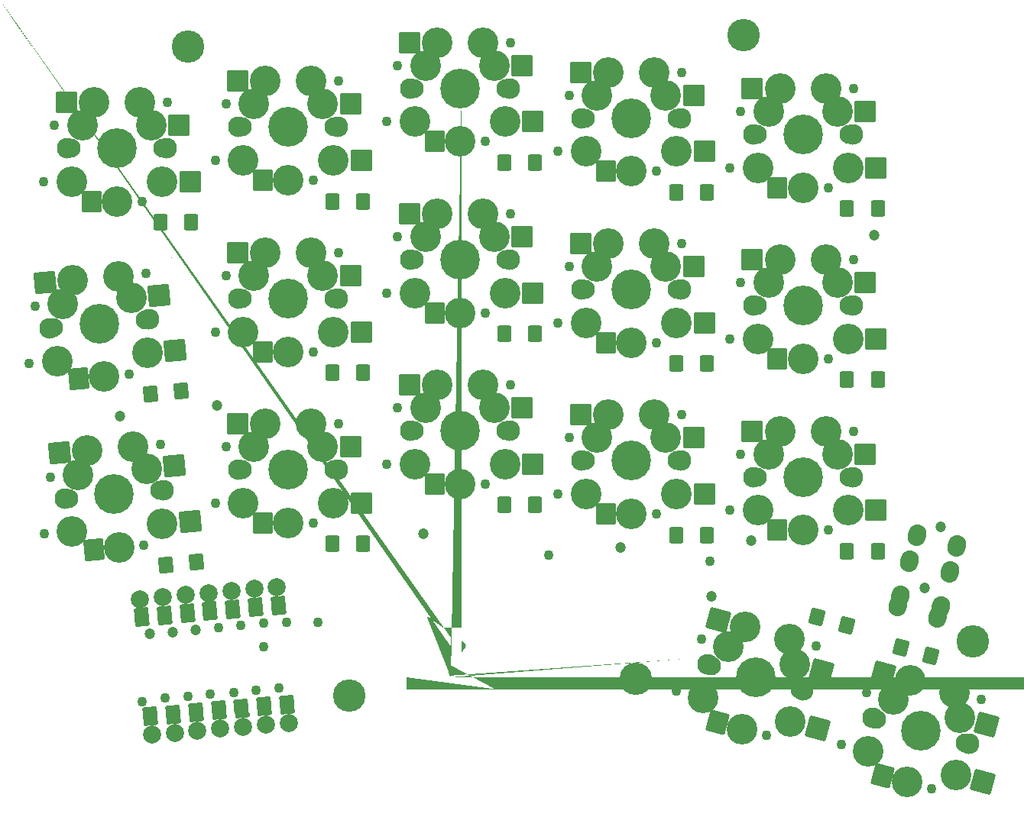
<source format=gts>
G04 #@! TF.GenerationSoftware,KiCad,Pcbnew,7.0.5-0*
G04 #@! TF.CreationDate,2023-06-11T17:15:19+08:00*
G04 #@! TF.ProjectId,AWKB,41574b42-2e6b-4696-9361-645f70636258,rev?*
G04 #@! TF.SameCoordinates,Original*
G04 #@! TF.FileFunction,Soldermask,Top*
G04 #@! TF.FilePolarity,Negative*
%FSLAX46Y46*%
G04 Gerber Fmt 4.6, Leading zero omitted, Abs format (unit mm)*
G04 Created by KiCad (PCBNEW 7.0.5-0) date 2023-06-11 17:15:19*
%MOMM*%
%LPD*%
G01*
G04 APERTURE LIST*
G04 Aperture macros list*
%AMRoundRect*
0 Rectangle with rounded corners*
0 $1 Rounding radius*
0 $2 $3 $4 $5 $6 $7 $8 $9 X,Y pos of 4 corners*
0 Add a 4 corners polygon primitive as box body*
4,1,4,$2,$3,$4,$5,$6,$7,$8,$9,$2,$3,0*
0 Add four circle primitives for the rounded corners*
1,1,$1+$1,$2,$3*
1,1,$1+$1,$4,$5*
1,1,$1+$1,$6,$7*
1,1,$1+$1,$8,$9*
0 Add four rect primitives between the rounded corners*
20,1,$1+$1,$2,$3,$4,$5,0*
20,1,$1+$1,$4,$5,$6,$7,0*
20,1,$1+$1,$6,$7,$8,$9,0*
20,1,$1+$1,$8,$9,$2,$3,0*%
%AMHorizOval*
0 Thick line with rounded ends*
0 $1 width*
0 $2 $3 position (X,Y) of the first rounded end (center of the circle)*
0 $4 $5 position (X,Y) of the second rounded end (center of the circle)*
0 Add line between two ends*
20,1,$1,$2,$3,$4,$5,0*
0 Add two circle primitives to create the rounded ends*
1,1,$1,$2,$3*
1,1,$1,$4,$5*%
%AMFreePoly0*
4,1,414,-2.663564,6.707050,-2.641221,6.706150,-2.627714,6.704682,-2.557310,6.692154,-2.496946,6.671026,-2.423852,6.631355,-2.413687,6.625023,-2.398814,6.614472,-2.158972,6.440888,-1.894926,6.250226,-1.604825,6.041150,-1.340970,5.851270,-1.340970,5.851269,-0.908659,5.540346,1.016000,5.540345,1.102777,5.520541,1.172366,5.465043,1.210986,5.384850,1.216000,5.340346,1.216000,4.009931,
1.299751,3.950054,1.397604,3.879440,1.472196,3.823385,1.475820,3.820528,1.531511,3.774507,1.538834,3.767818,1.574924,3.731412,1.599100,3.701843,1.617824,3.673864,1.642241,3.623128,1.650707,3.596451,1.659584,3.549979,1.661424,3.523819,1.657476,3.467890,1.643544,3.402871,1.621142,3.344696,1.575521,3.265763,1.570063,3.257327,1.474398,3.124598,1.474399,3.124598,
1.399655,3.020777,1.341070,2.939228,1.295956,2.876188,1.262955,2.829761,1.239581,2.796469,1.228629,2.780518,1.228382,2.778534,1.226098,2.749223,1.223899,2.705055,1.221971,2.645262,1.220353,2.568240,1.219044,2.472608,1.218021,2.356402,1.217250,2.217703,1.216700,2.054330,1.216701,2.054330,1.216336,1.864310,1.216122,1.646064,1.216022,1.397277,1.216000,1.156191,
1.216000,-0.508000,1.196194,-0.594777,1.140698,-0.664366,1.060504,-0.702986,1.016000,-0.708000,-1.300867,-0.708000,-1.317305,-0.721955,-1.374130,-0.762724,-1.456184,-0.797217,-1.462328,-0.798196,-1.521438,-0.806672,-1.610148,-0.799384,-1.618523,-0.796529,-1.683626,-0.772720,-1.726325,-0.750993,-1.765907,-0.724447,-1.770550,-0.721139,-1.786681,-0.708933,-4.832406,-0.708000,-4.919177,-0.688166,
-4.988750,-0.632650,-5.027344,-0.552444,-5.032345,-0.508064,-5.032395,-0.352086,-5.032421,-0.271829,-3.059387,-0.271830,-2.944889,-0.271615,-2.944888,-0.271615,-2.758679,-0.271042,-2.580739,-0.270256,-2.580738,-0.270256,-2.414939,-0.269261,-2.414940,-0.269261,-2.402157,-0.269159,-2.423194,-0.254061,-2.551428,-0.161856,-2.680405,-0.068976,-2.801942,0.018686,-2.907841,0.095225,-2.951636,0.126949,
-3.041522,0.192069,-3.054493,0.201448,-3.054493,-0.250384,-3.059387,-0.271830,-5.032421,-0.271829,-5.033035,1.627051,-5.116088,1.686225,-5.284226,1.806363,-5.425283,1.907915,-5.540186,1.991566,-5.630162,2.058240,-5.695871,2.108467,-5.698372,2.110442,-5.741778,2.145869,-5.747390,2.150809,-5.763238,2.165850,-5.804603,2.221793,-5.831146,2.275116,-5.852084,2.361626,-5.851576,2.378731,
-5.846892,2.443206,-5.827099,2.516549,-5.820642,2.529758,-5.788356,2.595805,-5.784989,2.601633,-4.580894,2.601633,-4.580837,2.458573,-4.580478,2.346570,-4.579555,2.262461,-4.577881,2.203736,-4.577285,2.194667,-4.548415,2.172831,-4.483289,2.124673,-4.404467,2.067194,-4.317291,2.004343,-4.304320,1.995049,-3.789717,1.626690,-3.693155,1.557418,-3.588658,1.482202,-3.493513,1.413516,
-3.493469,1.417579,-3.492215,1.570234,-3.491128,1.743282,-3.490225,1.934674,-3.489527,2.141404,-3.489052,2.361431,-3.488816,2.592405,-3.488794,2.690627,-3.488794,4.145613,-3.780439,4.145613,-3.797838,4.121466,-3.833847,4.071538,-3.884822,4.000919,-3.945645,3.916699,-4.011204,3.825953,-4.061105,3.756906,-4.138874,3.649180,-4.227667,3.525969,-4.318193,3.400180,-4.401743,3.283907,
-4.432523,3.241007,-4.580894,3.034101,-4.580894,2.601633,-5.784989,2.601633,-5.781445,2.607769,-5.775409,2.616730,-5.747746,2.656569,-5.702905,2.720059,-5.642947,2.804351,-5.569964,2.906530,-5.486213,3.023444,-5.393993,3.151881,-5.295612,3.288617,-5.193407,3.430389,-5.157803,3.479711,-5.032345,3.653438,-5.032345,4.562763,-3.478749,4.562763,-3.254493,4.562763,-3.167716,4.542957,
-3.098127,4.487461,-3.059507,4.407267,-3.054493,4.362825,-3.053482,1.095367,-2.755790,0.881825,-2.538863,0.726188,-2.348318,0.589414,-2.182662,0.470425,-2.040390,0.368136,-1.919993,0.281460,-1.830611,0.216986,-1.818379,1.744532,-1.390887,1.744532,-1.390887,0.872621,-1.390687,0.684777,-1.390113,0.507776,-1.389488,0.395984,-1.362208,0.434001,-1.282405,0.545014,-1.202983,0.655306,
-1.126858,0.760817,-1.056931,0.857505,-0.996121,0.941303,-0.964901,0.984151,-0.913707,1.054538,-0.851488,1.140514,-0.788030,1.228536,-0.750017,1.281458,-0.468879,1.673602,-0.418955,1.742967,-0.420240,1.742985,-0.587428,1.744095,-0.788602,1.744526,-0.788601,1.744526,-0.819150,1.744532,-1.390887,1.744532,-1.818379,1.744532,-1.816764,1.946135,-1.816608,1.965721,-1.796105,2.052336,
-1.740054,2.121479,-1.659553,2.159454,-1.617377,2.164117,-0.111097,2.169868,0.138817,2.516086,0.227450,2.638853,0.320064,2.767098,0.411852,2.894166,0.498011,3.013410,0.573742,3.118189,0.634535,3.202258,0.779387,3.402484,0.778132,3.427196,0.736528,3.458396,0.663454,3.512361,0.580098,3.572686,0.503228,3.627241,0.499236,3.630032,0.490935,3.635826,-0.332040,3.040808,
-0.491563,2.925814,-0.643339,2.817068,-0.784955,2.716258,-0.914136,2.624974,-1.028637,2.544784,-1.126312,2.477194,-1.205320,2.423507,-1.263590,2.385237,-1.267202,2.382973,-1.300050,2.363349,-1.335772,2.346546,-1.341637,2.344468,-1.430043,2.334129,-1.514180,2.363173,-1.549349,2.390986,-1.568831,2.410314,-1.575615,2.417759,-1.612287,2.462315,-1.614024,2.464486,-1.661873,2.526034,
-1.719812,2.602912,-1.784355,2.690558,-1.813064,2.730129,-1.897224,2.846653,-1.992502,2.978597,-2.090826,3.114777,-2.184002,3.243845,-2.251013,3.336686,-2.319043,3.430882,-2.402203,3.545922,-2.402202,3.545922,-2.495312,3.674648,-2.495313,3.674648,-2.593439,3.810237,-2.593438,3.810237,-2.691394,3.945522,-2.790634,4.082500,-2.879547,4.205244,-2.970969,4.331572,-3.060519,4.455420,
-3.143837,4.570758,-3.216578,4.671573,-3.274379,4.751822,-3.283113,4.763969,-3.308252,4.798680,-3.309485,4.796953,-3.367768,4.715859,-3.427376,4.633472,-3.478749,4.562763,-5.032345,4.562763,-5.032345,5.088893,-4.580894,5.088894,-4.580894,4.835834,-4.580509,4.692777,-4.579279,4.581848,-4.578828,4.564933,-4.530979,4.564588,-4.453634,4.565158,-4.384004,4.566788,-4.373602,4.567285,
-4.372294,4.568938,-4.320581,4.638596,-4.253334,4.732398,-4.221007,4.778279,-4.190391,4.821521,-4.144475,4.885859,-4.088149,4.964468,-4.026093,5.050817,-3.998998,5.088421,-4.071032,5.088758,-4.179382,5.088875,-2.969943,5.088875,-2.904744,4.998038,-2.807937,4.863599,-2.691454,4.702178,-2.555289,4.513770,-2.555289,4.513770,-2.399346,4.298241,-2.399346,4.298240,-2.223932,4.056015,
-2.191157,4.010778,-2.057824,3.826715,-1.942489,3.667405,-1.843008,3.529873,-1.757234,3.411137,-1.683021,3.308215,-1.618222,3.218130,-1.560700,3.137912,-1.508322,3.064603,-1.458972,2.995262,-1.414225,2.932165,-1.359497,2.855894,-1.355693,2.850744,-1.307082,2.885041,-1.205315,2.957385,-1.088324,3.041002,-0.958198,3.134408,-0.818136,3.235324,-0.818137,3.235325,-0.691009,3.327222,
-0.540362,3.436266,-0.395328,3.541212,-0.258867,3.639921,-0.133822,3.730337,-0.023033,3.810409,0.070663,3.878086,0.112494,3.908272,0.101072,3.916610,0.054852,3.950351,-0.046932,4.023566,-0.165523,4.108922,-0.291229,4.199442,-0.413710,4.287679,-0.507292,4.355131,-0.507291,4.355131,-0.608845,4.428321,-0.608843,4.428321,-0.729816,4.515456,-0.729816,4.515456,-0.861943,4.610589,
-0.996814,4.707660,-1.126055,4.800645,-1.193145,4.848896,-1.193144,4.848896,-1.526707,5.088757,-2.969943,5.088875,-4.179382,5.088875,-4.196977,5.088894,-4.580894,5.088894,-5.032345,5.088893,-5.032345,5.340346,-5.012538,5.427123,-4.957043,5.496712,-4.876849,5.535332,-4.832345,5.540346,-3.672979,5.540346,-3.671844,5.541921,-2.774877,5.541921,-2.654613,5.541104,-2.503084,5.540526,
-2.354041,5.540346,-2.192679,5.540502,-2.154401,5.540618,-2.179528,5.558770,-2.410073,5.725327,-2.472505,5.770435,-2.549554,5.824927,-2.563214,5.834142,-2.593747,5.792542,-2.653498,5.710414,-2.716249,5.623563,-2.774877,5.541921,-3.671844,5.541921,-3.451646,5.847456,-3.331591,6.014124,-3.229883,6.155310,-3.144709,6.273254,-3.074211,6.370242,-3.016438,6.448685,-2.969891,6.510352,
-2.968577,6.512055,-2.931280,6.559320,-2.928782,6.562361,-2.897756,6.598645,-2.892800,6.604029,-2.864383,6.632720,-2.854177,6.641712,-2.832303,6.658487,-2.792701,6.682153,-2.779068,6.688291,-2.724859,6.703967,-2.712337,6.705731,-2.677032,6.707549,-2.663564,6.707050,-2.663564,6.707050,$1*%
%AMFreePoly1*
4,1,22,0.686777,0.580194,0.756366,0.524698,0.794986,0.444504,0.799999,0.400000,0.800000,0.200000,0.780194,0.113223,0.741421,0.058579,0.141421,-0.541421,0.066056,-0.588777,-0.022393,-0.598742,-0.106406,-0.569345,-0.141421,-0.541421,-0.741421,0.058579,-0.788777,0.133944,-0.800000,0.200000,-0.800000,0.400000,-0.780194,0.486777,-0.724698,0.556366,-0.644504,0.594986,-0.600000,0.600000,
0.600000,0.600000,0.686777,0.580194,0.686777,0.580194,$1*%
%AMFreePoly2*
4,1,26,0.706406,1.169345,0.769345,1.106406,0.798742,1.022393,0.800000,1.000000,0.800000,-0.250000,0.780194,-0.336777,0.724698,-0.406366,0.644504,-0.444986,0.600000,-0.450000,-0.600000,-0.450000,-0.686777,-0.430194,-0.756366,-0.374698,-0.794986,-0.294504,-0.800000,-0.250000,-0.800001,1.000000,-0.780194,1.086777,-0.724698,1.156366,-0.644504,1.194985,-0.555496,1.194986,-0.475302,1.156366,
-0.458579,1.141421,0.000000,0.682842,0.458579,1.141421,0.533944,1.188777,0.622393,1.198742,0.706406,1.169345,0.706406,1.169345,$1*%
G04 Aperture macros list end*
%ADD10C,0.100000*%
%ADD11FreePoly0,35.000000*%
%ADD12C,1.200000*%
%ADD13HorizOval,2.000000X0.051764X0.193185X-0.051764X-0.193185X0*%
%ADD14HorizOval,2.000000X-0.051764X-0.193185X0.051764X0.193185X0*%
%ADD15C,2.300000*%
%ADD16C,2.100000*%
%ADD17C,3.400000*%
%ADD18C,4.400000*%
%ADD19RoundRect,0.200000X1.000000X1.000000X-1.000000X1.000000X-1.000000X-1.000000X1.000000X-1.000000X0*%
%ADD20RoundRect,0.200000X0.900000X1.000000X-0.900000X1.000000X-0.900000X-1.000000X0.900000X-1.000000X0*%
%ADD21RoundRect,0.200000X-0.600000X-0.700000X0.600000X-0.700000X0.600000X0.700000X-0.600000X0.700000X0*%
%ADD22C,3.600000*%
%ADD23RoundRect,0.200000X1.224745X0.707107X-0.707107X1.224745X-1.224745X-0.707107X0.707107X-1.224745X0*%
%ADD24RoundRect,0.200000X1.128152X0.732989X-0.610514X1.198863X-1.128152X-0.732989X0.610514X-1.198863X0*%
%ADD25RoundRect,0.200000X0.909039X1.083350X-1.083350X0.909039X-0.909039X-1.083350X1.083350X-0.909039X0*%
%ADD26RoundRect,0.200000X0.809419X1.074635X-0.983731X0.917755X-0.809419X-1.074635X0.983731X-0.917755X0*%
%ADD27C,2.000000*%
%ADD28FreePoly1,185.000000*%
%ADD29FreePoly1,5.000000*%
%ADD30FreePoly2,5.000000*%
%ADD31FreePoly2,185.000000*%
%ADD32RoundRect,0.200000X-0.760729X-0.520857X0.398382X-0.831440X0.760729X0.520857X-0.398382X0.831440X0*%
%ADD33RoundRect,0.200000X-0.536708X-0.749630X0.658726X-0.645043X0.536708X0.749630X-0.658726X0.645043X0*%
%ADD34C,1.100000*%
G04 APERTURE END LIST*
D10*
X112369413Y-137759707D02*
X111357279Y-137848257D01*
X111268729Y-136836123D01*
X112280863Y-136747573D01*
X112369413Y-137759707D01*
G36*
X112369413Y-137759707D02*
G01*
X111357279Y-137848257D01*
X111268729Y-136836123D01*
X112280863Y-136747573D01*
X112369413Y-137759707D01*
G37*
X114899747Y-137538331D02*
X113887614Y-137626882D01*
X113799063Y-136614748D01*
X114811197Y-136526198D01*
X114899747Y-137538331D01*
G36*
X114899747Y-137538331D02*
G01*
X113887614Y-137626882D01*
X113799063Y-136614748D01*
X114811197Y-136526198D01*
X114899747Y-137538331D01*
G37*
X117430082Y-137316956D02*
X116417948Y-137405506D01*
X116329398Y-136393372D01*
X117341532Y-136304822D01*
X117430082Y-137316956D01*
G36*
X117430082Y-137316956D02*
G01*
X116417948Y-137405506D01*
X116329398Y-136393372D01*
X117341532Y-136304822D01*
X117430082Y-137316956D01*
G37*
X119960416Y-137095580D02*
X118948283Y-137184130D01*
X118859732Y-136171997D01*
X119871866Y-136083446D01*
X119960416Y-137095580D01*
G36*
X119960416Y-137095580D02*
G01*
X118948283Y-137184130D01*
X118859732Y-136171997D01*
X119871866Y-136083446D01*
X119960416Y-137095580D01*
G37*
X122490751Y-136874205D02*
X121478617Y-136962755D01*
X121390067Y-135950621D01*
X122402201Y-135862071D01*
X122490751Y-136874205D01*
G36*
X122490751Y-136874205D02*
G01*
X121478617Y-136962755D01*
X121390067Y-135950621D01*
X122402201Y-135862071D01*
X122490751Y-136874205D01*
G37*
X125021086Y-136652829D02*
X124008952Y-136741379D01*
X123920402Y-135729245D01*
X124932535Y-135640695D01*
X125021086Y-136652829D01*
G36*
X125021086Y-136652829D02*
G01*
X124008952Y-136741379D01*
X123920402Y-135729245D01*
X124932535Y-135640695D01*
X125021086Y-136652829D01*
G37*
X127551420Y-136431453D02*
X126539286Y-136520004D01*
X126450736Y-135507870D01*
X127462870Y-135419320D01*
X127551420Y-136431453D01*
G36*
X127551420Y-136431453D02*
G01*
X126539286Y-136520004D01*
X126450736Y-135507870D01*
X127462870Y-135419320D01*
X127551420Y-136431453D01*
G37*
X111377650Y-126423808D02*
X110365516Y-126512359D01*
X110276966Y-125500225D01*
X111289100Y-125411674D01*
X111377650Y-126423808D01*
G36*
X111377650Y-126423808D02*
G01*
X110365516Y-126512359D01*
X110276966Y-125500225D01*
X111289100Y-125411674D01*
X111377650Y-126423808D01*
G37*
X113907985Y-126202433D02*
X112895851Y-126290983D01*
X112807301Y-125278849D01*
X113819435Y-125190299D01*
X113907985Y-126202433D01*
G36*
X113907985Y-126202433D02*
G01*
X112895851Y-126290983D01*
X112807301Y-125278849D01*
X113819435Y-125190299D01*
X113907985Y-126202433D01*
G37*
X116438319Y-125981057D02*
X115426186Y-126069607D01*
X115337635Y-125057474D01*
X116349769Y-124968923D01*
X116438319Y-125981057D01*
G36*
X116438319Y-125981057D02*
G01*
X115426186Y-126069607D01*
X115337635Y-125057474D01*
X116349769Y-124968923D01*
X116438319Y-125981057D01*
G37*
X118968654Y-125759682D02*
X117956520Y-125848232D01*
X117867970Y-124836098D01*
X118880104Y-124747548D01*
X118968654Y-125759682D01*
G36*
X118968654Y-125759682D02*
G01*
X117956520Y-125848232D01*
X117867970Y-124836098D01*
X118880104Y-124747548D01*
X118968654Y-125759682D01*
G37*
X121498988Y-125538306D02*
X120486855Y-125626856D01*
X120398304Y-124614722D01*
X121410438Y-124526172D01*
X121498988Y-125538306D01*
G36*
X121498988Y-125538306D02*
G01*
X120486855Y-125626856D01*
X120398304Y-124614722D01*
X121410438Y-124526172D01*
X121498988Y-125538306D01*
G37*
X124029323Y-125316930D02*
X123017189Y-125405481D01*
X122928639Y-124393347D01*
X123940773Y-124304797D01*
X124029323Y-125316930D01*
G36*
X124029323Y-125316930D02*
G01*
X123017189Y-125405481D01*
X122928639Y-124393347D01*
X123940773Y-124304797D01*
X124029323Y-125316930D01*
G37*
X126559657Y-125095555D02*
X125547524Y-125184105D01*
X125458973Y-124171971D01*
X126471107Y-124083421D01*
X126559657Y-125095555D01*
G36*
X126559657Y-125095555D02*
G01*
X125547524Y-125184105D01*
X125458973Y-124171971D01*
X126471107Y-124083421D01*
X126559657Y-125095555D01*
G37*
D11*
X145097000Y-132765800D03*
D12*
X199392895Y-116091550D03*
X197581161Y-122853031D03*
D13*
X194911267Y-123814783D03*
D14*
X199388680Y-124993796D03*
D13*
X195946543Y-119951079D03*
D14*
X200423956Y-121130093D03*
D13*
X196723000Y-117053302D03*
D14*
X201200413Y-118232315D03*
X194660720Y-124865747D03*
D13*
X199069825Y-126067869D03*
D15*
X121613328Y-109786994D03*
D16*
X122033328Y-109786994D03*
D17*
X122113328Y-113486994D03*
X123303328Y-107246994D03*
X124573328Y-104706994D03*
D18*
X127113328Y-109786994D03*
D17*
X127113328Y-115686994D03*
X129653328Y-104706994D03*
X130923328Y-107246994D03*
X132113328Y-113486994D03*
D16*
X132193328Y-109786994D03*
D15*
X132613328Y-109786994D03*
D19*
X121513328Y-104706994D03*
D20*
X124313328Y-115686994D03*
D19*
X134013328Y-107246994D03*
X135213328Y-113486994D03*
D21*
X170082000Y-117007000D03*
X173482000Y-117007000D03*
D15*
X121613328Y-90787394D03*
D16*
X122033328Y-90787394D03*
D17*
X122113328Y-94487394D03*
X123303328Y-88247394D03*
X124573328Y-85707394D03*
D18*
X127113328Y-90787394D03*
D17*
X127113328Y-96687394D03*
X129653328Y-85707394D03*
X130923328Y-88247394D03*
X132113328Y-94487394D03*
D16*
X132193328Y-90787394D03*
D15*
X132613328Y-90787394D03*
D19*
X121513328Y-85707394D03*
D20*
X124313328Y-96687394D03*
D19*
X134013328Y-88247394D03*
X135213328Y-94487394D03*
D22*
X177571400Y-61595000D03*
D21*
X170082000Y-98006600D03*
X173482000Y-98006600D03*
D15*
X173562946Y-131387733D03*
D16*
X173968635Y-131496437D03*
D17*
X173088278Y-135091068D03*
X175852761Y-129371686D03*
X177736887Y-127246934D03*
D18*
X178875538Y-132811238D03*
D17*
X177348506Y-138510200D03*
X182643790Y-128561735D03*
X183213116Y-131343887D03*
X182747537Y-137679259D03*
D16*
X183782441Y-134126039D03*
D15*
X184188130Y-134234743D03*
D23*
X174781154Y-126454948D03*
D24*
X174643913Y-137785507D03*
D23*
X186197827Y-132143638D03*
X185741907Y-138481598D03*
D15*
X102613128Y-74149994D03*
D16*
X103033128Y-74149994D03*
D17*
X103113128Y-77849994D03*
X104303128Y-71609994D03*
X105573128Y-69069994D03*
D18*
X108113128Y-74149994D03*
D17*
X108113128Y-80049994D03*
X110653128Y-69069994D03*
X111923128Y-71609994D03*
X113113128Y-77849994D03*
D16*
X113193128Y-74149994D03*
D15*
X113613128Y-74149994D03*
D19*
X102513128Y-69069994D03*
D20*
X105313128Y-80049994D03*
D19*
X115013128Y-71609994D03*
X116213128Y-77849994D03*
D15*
X100684341Y-94064498D03*
D16*
X101102743Y-94027892D03*
D17*
X101504915Y-97706840D03*
X102146535Y-91386870D03*
X103190326Y-88745848D03*
D18*
X106163412Y-93585141D03*
D17*
X106677631Y-99462690D03*
X108250995Y-88303096D03*
X109737538Y-90722743D03*
X111466862Y-96835283D03*
D16*
X111224081Y-93142390D03*
D15*
X111642483Y-93105784D03*
D25*
X100141971Y-89012544D03*
D26*
X103888286Y-99706726D03*
D25*
X112815780Y-90453432D03*
X114555065Y-96565100D03*
D21*
X131982000Y-118006400D03*
X135382000Y-118006400D03*
X170082000Y-79006640D03*
X173482000Y-79006640D03*
D22*
X165620200Y-132943600D03*
D21*
X192405000Y-99806000D03*
X189005000Y-99806000D03*
X151005102Y-75696440D03*
X154405102Y-75696440D03*
X192405000Y-118806000D03*
X189005000Y-118806000D03*
D22*
X133895600Y-134799386D03*
D15*
X191862097Y-137305296D03*
D16*
X192267786Y-137414000D03*
D17*
X191387429Y-141008631D03*
X194151912Y-135289249D03*
X196036038Y-133164497D03*
D18*
X197174689Y-138728801D03*
D17*
X195647657Y-144427763D03*
X200942941Y-134479298D03*
X201512267Y-137261450D03*
X201046688Y-143596822D03*
D16*
X202081592Y-140043602D03*
D15*
X202487281Y-140152306D03*
D23*
X193080305Y-132372511D03*
D24*
X192943064Y-143703070D03*
D23*
X204496978Y-138061201D03*
X204041058Y-144399161D03*
D27*
X111981982Y-139160002D03*
X114512317Y-138938627D03*
X117042651Y-138717251D03*
X119572986Y-138495876D03*
X122103321Y-138274500D03*
X124633655Y-138053124D03*
X127163990Y-137831749D03*
D28*
X111841208Y-137550949D03*
X114371543Y-137329573D03*
X116901877Y-137108197D03*
X119432212Y-136886822D03*
X121962547Y-136665446D03*
X124492881Y-136444071D03*
X127023216Y-136222695D03*
D29*
X110805171Y-125708983D03*
X113335505Y-125487607D03*
X115865840Y-125266232D03*
X118396174Y-125044856D03*
X120926509Y-124823481D03*
X123456843Y-124602105D03*
X125987178Y-124380730D03*
D27*
X110665704Y-124114872D03*
X113196039Y-123893497D03*
X115726373Y-123672121D03*
X118256708Y-123450746D03*
X120787042Y-123229370D03*
X123317377Y-123007994D03*
X125847711Y-122786619D03*
D30*
X110893721Y-126721117D03*
X113424055Y-126499741D03*
X115954390Y-126278366D03*
X118484725Y-126056990D03*
X121015059Y-125835615D03*
X123545394Y-125614239D03*
X126075728Y-125392863D03*
D31*
X126934665Y-135210561D03*
X124404331Y-135431937D03*
X121873996Y-135653312D03*
X119343662Y-135874688D03*
X116813327Y-136096064D03*
X114282993Y-136317439D03*
X111752658Y-136538815D03*
D21*
X192405000Y-80806200D03*
X189005000Y-80806200D03*
D15*
X140612728Y-105477194D03*
D16*
X141032728Y-105477194D03*
D17*
X141112728Y-109177194D03*
X142302728Y-102937194D03*
X143572728Y-100397194D03*
D18*
X146112728Y-105477194D03*
D17*
X146112728Y-111377194D03*
X148652728Y-100397194D03*
X149922728Y-102937194D03*
X151112728Y-109177194D03*
D16*
X151192728Y-105477194D03*
D15*
X151612728Y-105477194D03*
D19*
X140512728Y-100397194D03*
D20*
X143312728Y-111377194D03*
D19*
X153012728Y-102937194D03*
X154212728Y-109177194D03*
D22*
X202958206Y-128782383D03*
D32*
X194979326Y-129531808D03*
X198263474Y-130411792D03*
D15*
X159612928Y-70787234D03*
D16*
X160032928Y-70787234D03*
D17*
X160112928Y-74487234D03*
X161302928Y-68247234D03*
X162572928Y-65707234D03*
D18*
X165112928Y-70787234D03*
D17*
X165112928Y-76687234D03*
X167652928Y-65707234D03*
X168922928Y-68247234D03*
X170112928Y-74487234D03*
D16*
X170192928Y-70787234D03*
D15*
X170612928Y-70787234D03*
D19*
X159512928Y-65707234D03*
D20*
X162312928Y-76687234D03*
D19*
X172012928Y-68247234D03*
X173212928Y-74487234D03*
D15*
X121613328Y-71787794D03*
D16*
X122033328Y-71787794D03*
D17*
X122113328Y-75487794D03*
X123303328Y-69247794D03*
X124573328Y-66707794D03*
D18*
X127113328Y-71787794D03*
D17*
X127113328Y-77687794D03*
X129653328Y-66707794D03*
X130923328Y-69247794D03*
X132113328Y-75487794D03*
D16*
X132193328Y-71787794D03*
D15*
X132613328Y-71787794D03*
D19*
X121513328Y-66707794D03*
D20*
X124313328Y-77687794D03*
D19*
X134013328Y-69247794D03*
X135213328Y-75487794D03*
X192212626Y-76286794D03*
X191012626Y-70046794D03*
D20*
X181312626Y-78486794D03*
D19*
X178512626Y-67506794D03*
D15*
X189612626Y-72586794D03*
D16*
X189192626Y-72586794D03*
D17*
X189112626Y-76286794D03*
X187922626Y-70046794D03*
X186652626Y-67506794D03*
X184112626Y-78486794D03*
D18*
X184112626Y-72586794D03*
D17*
X181572626Y-67506794D03*
X180302626Y-70046794D03*
X179112626Y-76286794D03*
D16*
X179032626Y-72586794D03*
D15*
X178612626Y-72586794D03*
D32*
X185691852Y-126120016D03*
X188976000Y-127000000D03*
D33*
X116886462Y-120050270D03*
X113499400Y-120346600D03*
D21*
X131982000Y-99006800D03*
X135382000Y-99006800D03*
D33*
X111839083Y-101369091D03*
X115226145Y-101072761D03*
D21*
X131982000Y-80007200D03*
X135382000Y-80007200D03*
D15*
X159612928Y-108787594D03*
D16*
X160032928Y-108787594D03*
D17*
X160112928Y-112487594D03*
X161302928Y-106247594D03*
X162572928Y-103707594D03*
D18*
X165112928Y-108787594D03*
D17*
X165112928Y-114687594D03*
X167652928Y-103707594D03*
X168922928Y-106247594D03*
X170112928Y-112487594D03*
D16*
X170192928Y-108787594D03*
D15*
X170612928Y-108787594D03*
D19*
X159512928Y-103707594D03*
D20*
X162312928Y-114687594D03*
D19*
X172012928Y-106247594D03*
X173212928Y-112487594D03*
D21*
X151005102Y-113696600D03*
X154405102Y-113696600D03*
X112932000Y-82369400D03*
X116332000Y-82369400D03*
D19*
X192212626Y-114286594D03*
X191012626Y-108046594D03*
D20*
X181312626Y-116486594D03*
D19*
X178512626Y-105506594D03*
D15*
X189612626Y-110586594D03*
D16*
X189192626Y-110586594D03*
D17*
X189112626Y-114286594D03*
X187922626Y-108046594D03*
X186652626Y-105506594D03*
X184112626Y-116486594D03*
D18*
X184112626Y-110586594D03*
D17*
X181572626Y-105506594D03*
X180302626Y-108046594D03*
X179112626Y-114286594D03*
D16*
X179032626Y-110586594D03*
D15*
X178612626Y-110586594D03*
X159612928Y-89787194D03*
D16*
X160032928Y-89787194D03*
D17*
X160112928Y-93487194D03*
X161302928Y-87247194D03*
X162572928Y-84707194D03*
D18*
X165112928Y-89787194D03*
D17*
X165112928Y-95687194D03*
X167652928Y-84707194D03*
X168922928Y-87247194D03*
X170112928Y-93487194D03*
D16*
X170192928Y-89787194D03*
D15*
X170612928Y-89787194D03*
D19*
X159512928Y-84707194D03*
D20*
X162312928Y-95687194D03*
D19*
X172012928Y-87247194D03*
X173212928Y-93487194D03*
D21*
X151005102Y-94696400D03*
X154405102Y-94696400D03*
D19*
X192212626Y-95286594D03*
X191012626Y-89046594D03*
D20*
X181312626Y-97486594D03*
D19*
X178512626Y-86506594D03*
D15*
X189612626Y-91586594D03*
D16*
X189192626Y-91586594D03*
D17*
X189112626Y-95286594D03*
X187922626Y-89046594D03*
X186652626Y-86506594D03*
X184112626Y-97486594D03*
D18*
X184112626Y-91586594D03*
D17*
X181572626Y-86506594D03*
X180302626Y-89046594D03*
X179112626Y-95286594D03*
D16*
X179032626Y-91586594D03*
D15*
X178612626Y-91586594D03*
X140612728Y-67477034D03*
D16*
X141032728Y-67477034D03*
D17*
X141112728Y-71177034D03*
X142302728Y-64937034D03*
X143572728Y-62397034D03*
D18*
X146112728Y-67477034D03*
D17*
X146112728Y-73377034D03*
X148652728Y-62397034D03*
X149922728Y-64937034D03*
X151112728Y-71177034D03*
D16*
X151192728Y-67477034D03*
D15*
X151612728Y-67477034D03*
D19*
X140512728Y-62397034D03*
D20*
X143312728Y-73377034D03*
D19*
X153012728Y-64937034D03*
X154212728Y-71177034D03*
D22*
X116014000Y-62839600D03*
D15*
X140612728Y-86476994D03*
D16*
X141032728Y-86476994D03*
D17*
X141112728Y-90176994D03*
X142302728Y-83936994D03*
X143572728Y-81396994D03*
D18*
X146112728Y-86476994D03*
D17*
X146112728Y-92376994D03*
X148652728Y-81396994D03*
X149922728Y-83936994D03*
X151112728Y-90176994D03*
D16*
X151192728Y-86476994D03*
D15*
X151612728Y-86476994D03*
D19*
X140512728Y-81396994D03*
D20*
X143312728Y-92376994D03*
D19*
X153012728Y-83936994D03*
X154212728Y-90176994D03*
D25*
X116211024Y-115492799D03*
X114471739Y-109381131D03*
D26*
X105544245Y-118634425D03*
D25*
X101797930Y-107940243D03*
D15*
X113298442Y-112033483D03*
D16*
X112880040Y-112070089D03*
D17*
X113122821Y-115762982D03*
X111393497Y-109650442D03*
X109906954Y-107230795D03*
X108333590Y-118390389D03*
D18*
X107819371Y-112512840D03*
D17*
X104846285Y-107673547D03*
X103802494Y-110314569D03*
X103160874Y-116634539D03*
D16*
X102758702Y-112955591D03*
D15*
X102340300Y-112992197D03*
D12*
X108419400Y-103835200D03*
D34*
X113499400Y-120346600D03*
X116886462Y-120050270D03*
X111122935Y-118146353D03*
X112955310Y-106964099D03*
X111839083Y-101369091D03*
X115226145Y-101072761D03*
X109466976Y-99218654D03*
X111299351Y-88036400D03*
X124404331Y-129438400D03*
X130389065Y-126668465D03*
X126934665Y-126668465D03*
X124404331Y-126796800D03*
X121873996Y-127000000D03*
X119343662Y-127251738D03*
D12*
X116813327Y-127519927D03*
X114282993Y-127791207D03*
X111752658Y-127933942D03*
D34*
X126075728Y-133988328D03*
X123557800Y-134213600D03*
X121068600Y-134467600D03*
X118477800Y-134670800D03*
X116013827Y-134874000D03*
X113483493Y-135077200D03*
X110953158Y-135483600D03*
X100072670Y-116904722D03*
X100724252Y-110583880D03*
X98416711Y-97977023D03*
X99068293Y-91656181D03*
D12*
X191985406Y-83732983D03*
D34*
X131982000Y-80007200D03*
X112932000Y-82369400D03*
X151005102Y-75696440D03*
X170082000Y-79006640D03*
X189005000Y-80806200D03*
X151005102Y-94696400D03*
X131982000Y-99006800D03*
X170082000Y-98006600D03*
X189005000Y-99806000D03*
X131982000Y-118006400D03*
X151005102Y-113696600D03*
X189005000Y-118806000D03*
X170082000Y-117007000D03*
X185691852Y-126120016D03*
X194979326Y-129531808D03*
X113713128Y-69069994D03*
X116332000Y-82369400D03*
X110913128Y-80049994D03*
X132713328Y-66707794D03*
X135382000Y-80007200D03*
X129913328Y-77687794D03*
X148912728Y-73377034D03*
X151712728Y-62397034D03*
X154405102Y-75696440D03*
X167912928Y-76687234D03*
X173482000Y-79006640D03*
X170712928Y-65707234D03*
X186912626Y-78486794D03*
X189712626Y-67506794D03*
X192405000Y-80806200D03*
D12*
X119202200Y-102692200D03*
X163880800Y-118414800D03*
X142087600Y-116916200D03*
X174015400Y-123799600D03*
X178384200Y-117612200D03*
D34*
X100013128Y-77849994D03*
X101213128Y-71609994D03*
X120213328Y-69247794D03*
X119013328Y-94487394D03*
X119013328Y-113486994D03*
X120213328Y-88247394D03*
X120213328Y-107246994D03*
X119013328Y-75487794D03*
X138012728Y-109177194D03*
X138012728Y-90176994D03*
X139212728Y-102937194D03*
X139212728Y-83936994D03*
X138012728Y-71177034D03*
X139212728Y-64937034D03*
X172868050Y-128571935D03*
X158212928Y-106247594D03*
X157012928Y-112487594D03*
X155917400Y-119228900D03*
X170093908Y-134288729D03*
X157012928Y-74487234D03*
X157012928Y-93487194D03*
X158212928Y-87247194D03*
X158212928Y-68247234D03*
X132713328Y-85707394D03*
X129913328Y-96687394D03*
X135382000Y-99006800D03*
X154405102Y-94696400D03*
X151712728Y-81396994D03*
X148912728Y-92376994D03*
X167912928Y-95687194D03*
X173482000Y-98006600D03*
X170712928Y-84707194D03*
X189712626Y-86506594D03*
X192405000Y-99806000D03*
X186912626Y-97486594D03*
X135382000Y-118006400D03*
X129913328Y-115686994D03*
X132713328Y-104706994D03*
X151712728Y-100397194D03*
X154405102Y-113696600D03*
X148912728Y-111377194D03*
X170712928Y-103707594D03*
X167912928Y-114687594D03*
X173482000Y-117007000D03*
X189712626Y-105506594D03*
X186912626Y-116486594D03*
X192405000Y-118806000D03*
X180053098Y-139234894D03*
X188976000Y-127000000D03*
X185599523Y-129353721D03*
X203898674Y-135271284D03*
X198263474Y-130411792D03*
X198352249Y-145152457D03*
X177212626Y-89046594D03*
X188393059Y-140206292D03*
X173849800Y-119903400D03*
X176012626Y-114286594D03*
X176012626Y-76286794D03*
X177212626Y-108046594D03*
X191167201Y-134489498D03*
X177212626Y-70046794D03*
X176012626Y-95286594D03*
M02*

</source>
